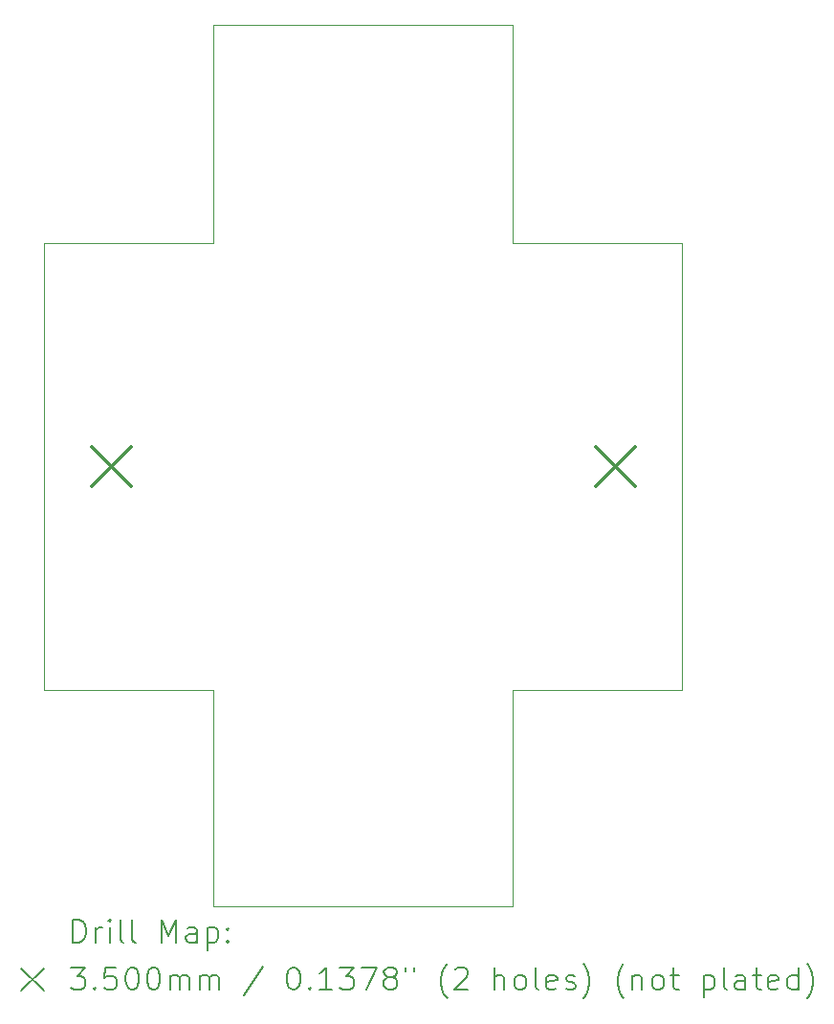
<source format=gbr>
%TF.GenerationSoftware,KiCad,Pcbnew,7.0.8-7.0.8~ubuntu22.04.1*%
%TF.CreationDate,2024-01-26T15:25:03+01:00*%
%TF.ProjectId,bogie,626f6769-652e-46b6-9963-61645f706362,rev?*%
%TF.SameCoordinates,Original*%
%TF.FileFunction,Drillmap*%
%TF.FilePolarity,Positive*%
%FSLAX45Y45*%
G04 Gerber Fmt 4.5, Leading zero omitted, Abs format (unit mm)*
G04 Created by KiCad (PCBNEW 7.0.8-7.0.8~ubuntu22.04.1) date 2024-01-26 15:25:03*
%MOMM*%
%LPD*%
G01*
G04 APERTURE LIST*
%ADD10C,0.100000*%
%ADD11C,0.200000*%
%ADD12C,0.350000*%
G04 APERTURE END LIST*
D10*
X11540000Y-2050000D02*
X8890000Y-2050000D01*
X11540000Y-9850000D02*
X11540000Y-7930000D01*
X8890000Y-2050000D02*
X8890000Y-3980000D01*
X7390000Y-7930000D02*
X8890000Y-7930000D01*
X8890000Y-3980000D02*
X7390000Y-3980000D01*
X11540000Y-3980000D02*
X11540000Y-2050000D01*
X7390000Y-3980000D02*
X7390000Y-7930000D01*
X13040000Y-3980000D02*
X11540000Y-3980000D01*
X8890000Y-9850000D02*
X11540000Y-9850000D01*
X8890000Y-7930000D02*
X8890000Y-9850000D01*
X13040000Y-7930000D02*
X13040000Y-3980000D01*
X11540000Y-7930000D02*
X13040000Y-7930000D01*
D11*
D12*
X7810000Y-5780000D02*
X8160000Y-6130000D01*
X8160000Y-5780000D02*
X7810000Y-6130000D01*
X12275000Y-5780000D02*
X12625000Y-6130000D01*
X12625000Y-5780000D02*
X12275000Y-6130000D01*
D11*
X7645777Y-10166484D02*
X7645777Y-9966484D01*
X7645777Y-9966484D02*
X7693396Y-9966484D01*
X7693396Y-9966484D02*
X7721967Y-9976008D01*
X7721967Y-9976008D02*
X7741015Y-9995055D01*
X7741015Y-9995055D02*
X7750539Y-10014103D01*
X7750539Y-10014103D02*
X7760062Y-10052198D01*
X7760062Y-10052198D02*
X7760062Y-10080770D01*
X7760062Y-10080770D02*
X7750539Y-10118865D01*
X7750539Y-10118865D02*
X7741015Y-10137912D01*
X7741015Y-10137912D02*
X7721967Y-10156960D01*
X7721967Y-10156960D02*
X7693396Y-10166484D01*
X7693396Y-10166484D02*
X7645777Y-10166484D01*
X7845777Y-10166484D02*
X7845777Y-10033150D01*
X7845777Y-10071246D02*
X7855301Y-10052198D01*
X7855301Y-10052198D02*
X7864824Y-10042674D01*
X7864824Y-10042674D02*
X7883872Y-10033150D01*
X7883872Y-10033150D02*
X7902920Y-10033150D01*
X7969586Y-10166484D02*
X7969586Y-10033150D01*
X7969586Y-9966484D02*
X7960062Y-9976008D01*
X7960062Y-9976008D02*
X7969586Y-9985531D01*
X7969586Y-9985531D02*
X7979110Y-9976008D01*
X7979110Y-9976008D02*
X7969586Y-9966484D01*
X7969586Y-9966484D02*
X7969586Y-9985531D01*
X8093396Y-10166484D02*
X8074348Y-10156960D01*
X8074348Y-10156960D02*
X8064824Y-10137912D01*
X8064824Y-10137912D02*
X8064824Y-9966484D01*
X8198158Y-10166484D02*
X8179110Y-10156960D01*
X8179110Y-10156960D02*
X8169586Y-10137912D01*
X8169586Y-10137912D02*
X8169586Y-9966484D01*
X8426729Y-10166484D02*
X8426729Y-9966484D01*
X8426729Y-9966484D02*
X8493396Y-10109341D01*
X8493396Y-10109341D02*
X8560063Y-9966484D01*
X8560063Y-9966484D02*
X8560063Y-10166484D01*
X8741015Y-10166484D02*
X8741015Y-10061722D01*
X8741015Y-10061722D02*
X8731491Y-10042674D01*
X8731491Y-10042674D02*
X8712444Y-10033150D01*
X8712444Y-10033150D02*
X8674348Y-10033150D01*
X8674348Y-10033150D02*
X8655301Y-10042674D01*
X8741015Y-10156960D02*
X8721967Y-10166484D01*
X8721967Y-10166484D02*
X8674348Y-10166484D01*
X8674348Y-10166484D02*
X8655301Y-10156960D01*
X8655301Y-10156960D02*
X8645777Y-10137912D01*
X8645777Y-10137912D02*
X8645777Y-10118865D01*
X8645777Y-10118865D02*
X8655301Y-10099817D01*
X8655301Y-10099817D02*
X8674348Y-10090293D01*
X8674348Y-10090293D02*
X8721967Y-10090293D01*
X8721967Y-10090293D02*
X8741015Y-10080770D01*
X8836253Y-10033150D02*
X8836253Y-10233150D01*
X8836253Y-10042674D02*
X8855301Y-10033150D01*
X8855301Y-10033150D02*
X8893396Y-10033150D01*
X8893396Y-10033150D02*
X8912444Y-10042674D01*
X8912444Y-10042674D02*
X8921967Y-10052198D01*
X8921967Y-10052198D02*
X8931491Y-10071246D01*
X8931491Y-10071246D02*
X8931491Y-10128389D01*
X8931491Y-10128389D02*
X8921967Y-10147436D01*
X8921967Y-10147436D02*
X8912444Y-10156960D01*
X8912444Y-10156960D02*
X8893396Y-10166484D01*
X8893396Y-10166484D02*
X8855301Y-10166484D01*
X8855301Y-10166484D02*
X8836253Y-10156960D01*
X9017205Y-10147436D02*
X9026729Y-10156960D01*
X9026729Y-10156960D02*
X9017205Y-10166484D01*
X9017205Y-10166484D02*
X9007682Y-10156960D01*
X9007682Y-10156960D02*
X9017205Y-10147436D01*
X9017205Y-10147436D02*
X9017205Y-10166484D01*
X9017205Y-10042674D02*
X9026729Y-10052198D01*
X9026729Y-10052198D02*
X9017205Y-10061722D01*
X9017205Y-10061722D02*
X9007682Y-10052198D01*
X9007682Y-10052198D02*
X9017205Y-10042674D01*
X9017205Y-10042674D02*
X9017205Y-10061722D01*
X7185000Y-10395000D02*
X7385000Y-10595000D01*
X7385000Y-10395000D02*
X7185000Y-10595000D01*
X7626729Y-10386484D02*
X7750539Y-10386484D01*
X7750539Y-10386484D02*
X7683872Y-10462674D01*
X7683872Y-10462674D02*
X7712443Y-10462674D01*
X7712443Y-10462674D02*
X7731491Y-10472198D01*
X7731491Y-10472198D02*
X7741015Y-10481722D01*
X7741015Y-10481722D02*
X7750539Y-10500770D01*
X7750539Y-10500770D02*
X7750539Y-10548389D01*
X7750539Y-10548389D02*
X7741015Y-10567436D01*
X7741015Y-10567436D02*
X7731491Y-10576960D01*
X7731491Y-10576960D02*
X7712443Y-10586484D01*
X7712443Y-10586484D02*
X7655301Y-10586484D01*
X7655301Y-10586484D02*
X7636253Y-10576960D01*
X7636253Y-10576960D02*
X7626729Y-10567436D01*
X7836253Y-10567436D02*
X7845777Y-10576960D01*
X7845777Y-10576960D02*
X7836253Y-10586484D01*
X7836253Y-10586484D02*
X7826729Y-10576960D01*
X7826729Y-10576960D02*
X7836253Y-10567436D01*
X7836253Y-10567436D02*
X7836253Y-10586484D01*
X8026729Y-10386484D02*
X7931491Y-10386484D01*
X7931491Y-10386484D02*
X7921967Y-10481722D01*
X7921967Y-10481722D02*
X7931491Y-10472198D01*
X7931491Y-10472198D02*
X7950539Y-10462674D01*
X7950539Y-10462674D02*
X7998158Y-10462674D01*
X7998158Y-10462674D02*
X8017205Y-10472198D01*
X8017205Y-10472198D02*
X8026729Y-10481722D01*
X8026729Y-10481722D02*
X8036253Y-10500770D01*
X8036253Y-10500770D02*
X8036253Y-10548389D01*
X8036253Y-10548389D02*
X8026729Y-10567436D01*
X8026729Y-10567436D02*
X8017205Y-10576960D01*
X8017205Y-10576960D02*
X7998158Y-10586484D01*
X7998158Y-10586484D02*
X7950539Y-10586484D01*
X7950539Y-10586484D02*
X7931491Y-10576960D01*
X7931491Y-10576960D02*
X7921967Y-10567436D01*
X8160062Y-10386484D02*
X8179110Y-10386484D01*
X8179110Y-10386484D02*
X8198158Y-10396008D01*
X8198158Y-10396008D02*
X8207682Y-10405531D01*
X8207682Y-10405531D02*
X8217205Y-10424579D01*
X8217205Y-10424579D02*
X8226729Y-10462674D01*
X8226729Y-10462674D02*
X8226729Y-10510293D01*
X8226729Y-10510293D02*
X8217205Y-10548389D01*
X8217205Y-10548389D02*
X8207682Y-10567436D01*
X8207682Y-10567436D02*
X8198158Y-10576960D01*
X8198158Y-10576960D02*
X8179110Y-10586484D01*
X8179110Y-10586484D02*
X8160062Y-10586484D01*
X8160062Y-10586484D02*
X8141015Y-10576960D01*
X8141015Y-10576960D02*
X8131491Y-10567436D01*
X8131491Y-10567436D02*
X8121967Y-10548389D01*
X8121967Y-10548389D02*
X8112443Y-10510293D01*
X8112443Y-10510293D02*
X8112443Y-10462674D01*
X8112443Y-10462674D02*
X8121967Y-10424579D01*
X8121967Y-10424579D02*
X8131491Y-10405531D01*
X8131491Y-10405531D02*
X8141015Y-10396008D01*
X8141015Y-10396008D02*
X8160062Y-10386484D01*
X8350539Y-10386484D02*
X8369586Y-10386484D01*
X8369586Y-10386484D02*
X8388634Y-10396008D01*
X8388634Y-10396008D02*
X8398158Y-10405531D01*
X8398158Y-10405531D02*
X8407682Y-10424579D01*
X8407682Y-10424579D02*
X8417205Y-10462674D01*
X8417205Y-10462674D02*
X8417205Y-10510293D01*
X8417205Y-10510293D02*
X8407682Y-10548389D01*
X8407682Y-10548389D02*
X8398158Y-10567436D01*
X8398158Y-10567436D02*
X8388634Y-10576960D01*
X8388634Y-10576960D02*
X8369586Y-10586484D01*
X8369586Y-10586484D02*
X8350539Y-10586484D01*
X8350539Y-10586484D02*
X8331491Y-10576960D01*
X8331491Y-10576960D02*
X8321967Y-10567436D01*
X8321967Y-10567436D02*
X8312443Y-10548389D01*
X8312443Y-10548389D02*
X8302920Y-10510293D01*
X8302920Y-10510293D02*
X8302920Y-10462674D01*
X8302920Y-10462674D02*
X8312443Y-10424579D01*
X8312443Y-10424579D02*
X8321967Y-10405531D01*
X8321967Y-10405531D02*
X8331491Y-10396008D01*
X8331491Y-10396008D02*
X8350539Y-10386484D01*
X8502920Y-10586484D02*
X8502920Y-10453150D01*
X8502920Y-10472198D02*
X8512444Y-10462674D01*
X8512444Y-10462674D02*
X8531491Y-10453150D01*
X8531491Y-10453150D02*
X8560063Y-10453150D01*
X8560063Y-10453150D02*
X8579110Y-10462674D01*
X8579110Y-10462674D02*
X8588634Y-10481722D01*
X8588634Y-10481722D02*
X8588634Y-10586484D01*
X8588634Y-10481722D02*
X8598158Y-10462674D01*
X8598158Y-10462674D02*
X8617205Y-10453150D01*
X8617205Y-10453150D02*
X8645777Y-10453150D01*
X8645777Y-10453150D02*
X8664825Y-10462674D01*
X8664825Y-10462674D02*
X8674348Y-10481722D01*
X8674348Y-10481722D02*
X8674348Y-10586484D01*
X8769586Y-10586484D02*
X8769586Y-10453150D01*
X8769586Y-10472198D02*
X8779110Y-10462674D01*
X8779110Y-10462674D02*
X8798158Y-10453150D01*
X8798158Y-10453150D02*
X8826729Y-10453150D01*
X8826729Y-10453150D02*
X8845777Y-10462674D01*
X8845777Y-10462674D02*
X8855301Y-10481722D01*
X8855301Y-10481722D02*
X8855301Y-10586484D01*
X8855301Y-10481722D02*
X8864825Y-10462674D01*
X8864825Y-10462674D02*
X8883872Y-10453150D01*
X8883872Y-10453150D02*
X8912444Y-10453150D01*
X8912444Y-10453150D02*
X8931491Y-10462674D01*
X8931491Y-10462674D02*
X8941015Y-10481722D01*
X8941015Y-10481722D02*
X8941015Y-10586484D01*
X9331491Y-10376960D02*
X9160063Y-10634103D01*
X9588634Y-10386484D02*
X9607682Y-10386484D01*
X9607682Y-10386484D02*
X9626729Y-10396008D01*
X9626729Y-10396008D02*
X9636253Y-10405531D01*
X9636253Y-10405531D02*
X9645777Y-10424579D01*
X9645777Y-10424579D02*
X9655301Y-10462674D01*
X9655301Y-10462674D02*
X9655301Y-10510293D01*
X9655301Y-10510293D02*
X9645777Y-10548389D01*
X9645777Y-10548389D02*
X9636253Y-10567436D01*
X9636253Y-10567436D02*
X9626729Y-10576960D01*
X9626729Y-10576960D02*
X9607682Y-10586484D01*
X9607682Y-10586484D02*
X9588634Y-10586484D01*
X9588634Y-10586484D02*
X9569587Y-10576960D01*
X9569587Y-10576960D02*
X9560063Y-10567436D01*
X9560063Y-10567436D02*
X9550539Y-10548389D01*
X9550539Y-10548389D02*
X9541015Y-10510293D01*
X9541015Y-10510293D02*
X9541015Y-10462674D01*
X9541015Y-10462674D02*
X9550539Y-10424579D01*
X9550539Y-10424579D02*
X9560063Y-10405531D01*
X9560063Y-10405531D02*
X9569587Y-10396008D01*
X9569587Y-10396008D02*
X9588634Y-10386484D01*
X9741015Y-10567436D02*
X9750539Y-10576960D01*
X9750539Y-10576960D02*
X9741015Y-10586484D01*
X9741015Y-10586484D02*
X9731491Y-10576960D01*
X9731491Y-10576960D02*
X9741015Y-10567436D01*
X9741015Y-10567436D02*
X9741015Y-10586484D01*
X9941015Y-10586484D02*
X9826729Y-10586484D01*
X9883872Y-10586484D02*
X9883872Y-10386484D01*
X9883872Y-10386484D02*
X9864825Y-10415055D01*
X9864825Y-10415055D02*
X9845777Y-10434103D01*
X9845777Y-10434103D02*
X9826729Y-10443627D01*
X10007682Y-10386484D02*
X10131491Y-10386484D01*
X10131491Y-10386484D02*
X10064825Y-10462674D01*
X10064825Y-10462674D02*
X10093396Y-10462674D01*
X10093396Y-10462674D02*
X10112444Y-10472198D01*
X10112444Y-10472198D02*
X10121968Y-10481722D01*
X10121968Y-10481722D02*
X10131491Y-10500770D01*
X10131491Y-10500770D02*
X10131491Y-10548389D01*
X10131491Y-10548389D02*
X10121968Y-10567436D01*
X10121968Y-10567436D02*
X10112444Y-10576960D01*
X10112444Y-10576960D02*
X10093396Y-10586484D01*
X10093396Y-10586484D02*
X10036253Y-10586484D01*
X10036253Y-10586484D02*
X10017206Y-10576960D01*
X10017206Y-10576960D02*
X10007682Y-10567436D01*
X10198158Y-10386484D02*
X10331491Y-10386484D01*
X10331491Y-10386484D02*
X10245777Y-10586484D01*
X10436253Y-10472198D02*
X10417206Y-10462674D01*
X10417206Y-10462674D02*
X10407682Y-10453150D01*
X10407682Y-10453150D02*
X10398158Y-10434103D01*
X10398158Y-10434103D02*
X10398158Y-10424579D01*
X10398158Y-10424579D02*
X10407682Y-10405531D01*
X10407682Y-10405531D02*
X10417206Y-10396008D01*
X10417206Y-10396008D02*
X10436253Y-10386484D01*
X10436253Y-10386484D02*
X10474349Y-10386484D01*
X10474349Y-10386484D02*
X10493396Y-10396008D01*
X10493396Y-10396008D02*
X10502920Y-10405531D01*
X10502920Y-10405531D02*
X10512444Y-10424579D01*
X10512444Y-10424579D02*
X10512444Y-10434103D01*
X10512444Y-10434103D02*
X10502920Y-10453150D01*
X10502920Y-10453150D02*
X10493396Y-10462674D01*
X10493396Y-10462674D02*
X10474349Y-10472198D01*
X10474349Y-10472198D02*
X10436253Y-10472198D01*
X10436253Y-10472198D02*
X10417206Y-10481722D01*
X10417206Y-10481722D02*
X10407682Y-10491246D01*
X10407682Y-10491246D02*
X10398158Y-10510293D01*
X10398158Y-10510293D02*
X10398158Y-10548389D01*
X10398158Y-10548389D02*
X10407682Y-10567436D01*
X10407682Y-10567436D02*
X10417206Y-10576960D01*
X10417206Y-10576960D02*
X10436253Y-10586484D01*
X10436253Y-10586484D02*
X10474349Y-10586484D01*
X10474349Y-10586484D02*
X10493396Y-10576960D01*
X10493396Y-10576960D02*
X10502920Y-10567436D01*
X10502920Y-10567436D02*
X10512444Y-10548389D01*
X10512444Y-10548389D02*
X10512444Y-10510293D01*
X10512444Y-10510293D02*
X10502920Y-10491246D01*
X10502920Y-10491246D02*
X10493396Y-10481722D01*
X10493396Y-10481722D02*
X10474349Y-10472198D01*
X10588634Y-10386484D02*
X10588634Y-10424579D01*
X10664825Y-10386484D02*
X10664825Y-10424579D01*
X10960063Y-10662674D02*
X10950539Y-10653150D01*
X10950539Y-10653150D02*
X10931491Y-10624579D01*
X10931491Y-10624579D02*
X10921968Y-10605531D01*
X10921968Y-10605531D02*
X10912444Y-10576960D01*
X10912444Y-10576960D02*
X10902920Y-10529341D01*
X10902920Y-10529341D02*
X10902920Y-10491246D01*
X10902920Y-10491246D02*
X10912444Y-10443627D01*
X10912444Y-10443627D02*
X10921968Y-10415055D01*
X10921968Y-10415055D02*
X10931491Y-10396008D01*
X10931491Y-10396008D02*
X10950539Y-10367436D01*
X10950539Y-10367436D02*
X10960063Y-10357912D01*
X11026730Y-10405531D02*
X11036253Y-10396008D01*
X11036253Y-10396008D02*
X11055301Y-10386484D01*
X11055301Y-10386484D02*
X11102920Y-10386484D01*
X11102920Y-10386484D02*
X11121968Y-10396008D01*
X11121968Y-10396008D02*
X11131491Y-10405531D01*
X11131491Y-10405531D02*
X11141015Y-10424579D01*
X11141015Y-10424579D02*
X11141015Y-10443627D01*
X11141015Y-10443627D02*
X11131491Y-10472198D01*
X11131491Y-10472198D02*
X11017206Y-10586484D01*
X11017206Y-10586484D02*
X11141015Y-10586484D01*
X11379110Y-10586484D02*
X11379110Y-10386484D01*
X11464825Y-10586484D02*
X11464825Y-10481722D01*
X11464825Y-10481722D02*
X11455301Y-10462674D01*
X11455301Y-10462674D02*
X11436253Y-10453150D01*
X11436253Y-10453150D02*
X11407682Y-10453150D01*
X11407682Y-10453150D02*
X11388634Y-10462674D01*
X11388634Y-10462674D02*
X11379110Y-10472198D01*
X11588634Y-10586484D02*
X11569587Y-10576960D01*
X11569587Y-10576960D02*
X11560063Y-10567436D01*
X11560063Y-10567436D02*
X11550539Y-10548389D01*
X11550539Y-10548389D02*
X11550539Y-10491246D01*
X11550539Y-10491246D02*
X11560063Y-10472198D01*
X11560063Y-10472198D02*
X11569587Y-10462674D01*
X11569587Y-10462674D02*
X11588634Y-10453150D01*
X11588634Y-10453150D02*
X11617206Y-10453150D01*
X11617206Y-10453150D02*
X11636253Y-10462674D01*
X11636253Y-10462674D02*
X11645777Y-10472198D01*
X11645777Y-10472198D02*
X11655301Y-10491246D01*
X11655301Y-10491246D02*
X11655301Y-10548389D01*
X11655301Y-10548389D02*
X11645777Y-10567436D01*
X11645777Y-10567436D02*
X11636253Y-10576960D01*
X11636253Y-10576960D02*
X11617206Y-10586484D01*
X11617206Y-10586484D02*
X11588634Y-10586484D01*
X11769587Y-10586484D02*
X11750539Y-10576960D01*
X11750539Y-10576960D02*
X11741015Y-10557912D01*
X11741015Y-10557912D02*
X11741015Y-10386484D01*
X11921968Y-10576960D02*
X11902920Y-10586484D01*
X11902920Y-10586484D02*
X11864825Y-10586484D01*
X11864825Y-10586484D02*
X11845777Y-10576960D01*
X11845777Y-10576960D02*
X11836253Y-10557912D01*
X11836253Y-10557912D02*
X11836253Y-10481722D01*
X11836253Y-10481722D02*
X11845777Y-10462674D01*
X11845777Y-10462674D02*
X11864825Y-10453150D01*
X11864825Y-10453150D02*
X11902920Y-10453150D01*
X11902920Y-10453150D02*
X11921968Y-10462674D01*
X11921968Y-10462674D02*
X11931491Y-10481722D01*
X11931491Y-10481722D02*
X11931491Y-10500770D01*
X11931491Y-10500770D02*
X11836253Y-10519817D01*
X12007682Y-10576960D02*
X12026730Y-10586484D01*
X12026730Y-10586484D02*
X12064825Y-10586484D01*
X12064825Y-10586484D02*
X12083872Y-10576960D01*
X12083872Y-10576960D02*
X12093396Y-10557912D01*
X12093396Y-10557912D02*
X12093396Y-10548389D01*
X12093396Y-10548389D02*
X12083872Y-10529341D01*
X12083872Y-10529341D02*
X12064825Y-10519817D01*
X12064825Y-10519817D02*
X12036253Y-10519817D01*
X12036253Y-10519817D02*
X12017206Y-10510293D01*
X12017206Y-10510293D02*
X12007682Y-10491246D01*
X12007682Y-10491246D02*
X12007682Y-10481722D01*
X12007682Y-10481722D02*
X12017206Y-10462674D01*
X12017206Y-10462674D02*
X12036253Y-10453150D01*
X12036253Y-10453150D02*
X12064825Y-10453150D01*
X12064825Y-10453150D02*
X12083872Y-10462674D01*
X12160063Y-10662674D02*
X12169587Y-10653150D01*
X12169587Y-10653150D02*
X12188634Y-10624579D01*
X12188634Y-10624579D02*
X12198158Y-10605531D01*
X12198158Y-10605531D02*
X12207682Y-10576960D01*
X12207682Y-10576960D02*
X12217206Y-10529341D01*
X12217206Y-10529341D02*
X12217206Y-10491246D01*
X12217206Y-10491246D02*
X12207682Y-10443627D01*
X12207682Y-10443627D02*
X12198158Y-10415055D01*
X12198158Y-10415055D02*
X12188634Y-10396008D01*
X12188634Y-10396008D02*
X12169587Y-10367436D01*
X12169587Y-10367436D02*
X12160063Y-10357912D01*
X12521968Y-10662674D02*
X12512444Y-10653150D01*
X12512444Y-10653150D02*
X12493396Y-10624579D01*
X12493396Y-10624579D02*
X12483872Y-10605531D01*
X12483872Y-10605531D02*
X12474349Y-10576960D01*
X12474349Y-10576960D02*
X12464825Y-10529341D01*
X12464825Y-10529341D02*
X12464825Y-10491246D01*
X12464825Y-10491246D02*
X12474349Y-10443627D01*
X12474349Y-10443627D02*
X12483872Y-10415055D01*
X12483872Y-10415055D02*
X12493396Y-10396008D01*
X12493396Y-10396008D02*
X12512444Y-10367436D01*
X12512444Y-10367436D02*
X12521968Y-10357912D01*
X12598158Y-10453150D02*
X12598158Y-10586484D01*
X12598158Y-10472198D02*
X12607682Y-10462674D01*
X12607682Y-10462674D02*
X12626730Y-10453150D01*
X12626730Y-10453150D02*
X12655301Y-10453150D01*
X12655301Y-10453150D02*
X12674349Y-10462674D01*
X12674349Y-10462674D02*
X12683872Y-10481722D01*
X12683872Y-10481722D02*
X12683872Y-10586484D01*
X12807682Y-10586484D02*
X12788634Y-10576960D01*
X12788634Y-10576960D02*
X12779111Y-10567436D01*
X12779111Y-10567436D02*
X12769587Y-10548389D01*
X12769587Y-10548389D02*
X12769587Y-10491246D01*
X12769587Y-10491246D02*
X12779111Y-10472198D01*
X12779111Y-10472198D02*
X12788634Y-10462674D01*
X12788634Y-10462674D02*
X12807682Y-10453150D01*
X12807682Y-10453150D02*
X12836253Y-10453150D01*
X12836253Y-10453150D02*
X12855301Y-10462674D01*
X12855301Y-10462674D02*
X12864825Y-10472198D01*
X12864825Y-10472198D02*
X12874349Y-10491246D01*
X12874349Y-10491246D02*
X12874349Y-10548389D01*
X12874349Y-10548389D02*
X12864825Y-10567436D01*
X12864825Y-10567436D02*
X12855301Y-10576960D01*
X12855301Y-10576960D02*
X12836253Y-10586484D01*
X12836253Y-10586484D02*
X12807682Y-10586484D01*
X12931492Y-10453150D02*
X13007682Y-10453150D01*
X12960063Y-10386484D02*
X12960063Y-10557912D01*
X12960063Y-10557912D02*
X12969587Y-10576960D01*
X12969587Y-10576960D02*
X12988634Y-10586484D01*
X12988634Y-10586484D02*
X13007682Y-10586484D01*
X13226730Y-10453150D02*
X13226730Y-10653150D01*
X13226730Y-10462674D02*
X13245777Y-10453150D01*
X13245777Y-10453150D02*
X13283873Y-10453150D01*
X13283873Y-10453150D02*
X13302920Y-10462674D01*
X13302920Y-10462674D02*
X13312444Y-10472198D01*
X13312444Y-10472198D02*
X13321968Y-10491246D01*
X13321968Y-10491246D02*
X13321968Y-10548389D01*
X13321968Y-10548389D02*
X13312444Y-10567436D01*
X13312444Y-10567436D02*
X13302920Y-10576960D01*
X13302920Y-10576960D02*
X13283873Y-10586484D01*
X13283873Y-10586484D02*
X13245777Y-10586484D01*
X13245777Y-10586484D02*
X13226730Y-10576960D01*
X13436253Y-10586484D02*
X13417206Y-10576960D01*
X13417206Y-10576960D02*
X13407682Y-10557912D01*
X13407682Y-10557912D02*
X13407682Y-10386484D01*
X13598158Y-10586484D02*
X13598158Y-10481722D01*
X13598158Y-10481722D02*
X13588634Y-10462674D01*
X13588634Y-10462674D02*
X13569587Y-10453150D01*
X13569587Y-10453150D02*
X13531492Y-10453150D01*
X13531492Y-10453150D02*
X13512444Y-10462674D01*
X13598158Y-10576960D02*
X13579111Y-10586484D01*
X13579111Y-10586484D02*
X13531492Y-10586484D01*
X13531492Y-10586484D02*
X13512444Y-10576960D01*
X13512444Y-10576960D02*
X13502920Y-10557912D01*
X13502920Y-10557912D02*
X13502920Y-10538865D01*
X13502920Y-10538865D02*
X13512444Y-10519817D01*
X13512444Y-10519817D02*
X13531492Y-10510293D01*
X13531492Y-10510293D02*
X13579111Y-10510293D01*
X13579111Y-10510293D02*
X13598158Y-10500770D01*
X13664825Y-10453150D02*
X13741015Y-10453150D01*
X13693396Y-10386484D02*
X13693396Y-10557912D01*
X13693396Y-10557912D02*
X13702920Y-10576960D01*
X13702920Y-10576960D02*
X13721968Y-10586484D01*
X13721968Y-10586484D02*
X13741015Y-10586484D01*
X13883873Y-10576960D02*
X13864825Y-10586484D01*
X13864825Y-10586484D02*
X13826730Y-10586484D01*
X13826730Y-10586484D02*
X13807682Y-10576960D01*
X13807682Y-10576960D02*
X13798158Y-10557912D01*
X13798158Y-10557912D02*
X13798158Y-10481722D01*
X13798158Y-10481722D02*
X13807682Y-10462674D01*
X13807682Y-10462674D02*
X13826730Y-10453150D01*
X13826730Y-10453150D02*
X13864825Y-10453150D01*
X13864825Y-10453150D02*
X13883873Y-10462674D01*
X13883873Y-10462674D02*
X13893396Y-10481722D01*
X13893396Y-10481722D02*
X13893396Y-10500770D01*
X13893396Y-10500770D02*
X13798158Y-10519817D01*
X14064825Y-10586484D02*
X14064825Y-10386484D01*
X14064825Y-10576960D02*
X14045777Y-10586484D01*
X14045777Y-10586484D02*
X14007682Y-10586484D01*
X14007682Y-10586484D02*
X13988634Y-10576960D01*
X13988634Y-10576960D02*
X13979111Y-10567436D01*
X13979111Y-10567436D02*
X13969587Y-10548389D01*
X13969587Y-10548389D02*
X13969587Y-10491246D01*
X13969587Y-10491246D02*
X13979111Y-10472198D01*
X13979111Y-10472198D02*
X13988634Y-10462674D01*
X13988634Y-10462674D02*
X14007682Y-10453150D01*
X14007682Y-10453150D02*
X14045777Y-10453150D01*
X14045777Y-10453150D02*
X14064825Y-10462674D01*
X14141015Y-10662674D02*
X14150539Y-10653150D01*
X14150539Y-10653150D02*
X14169587Y-10624579D01*
X14169587Y-10624579D02*
X14179111Y-10605531D01*
X14179111Y-10605531D02*
X14188634Y-10576960D01*
X14188634Y-10576960D02*
X14198158Y-10529341D01*
X14198158Y-10529341D02*
X14198158Y-10491246D01*
X14198158Y-10491246D02*
X14188634Y-10443627D01*
X14188634Y-10443627D02*
X14179111Y-10415055D01*
X14179111Y-10415055D02*
X14169587Y-10396008D01*
X14169587Y-10396008D02*
X14150539Y-10367436D01*
X14150539Y-10367436D02*
X14141015Y-10357912D01*
M02*

</source>
